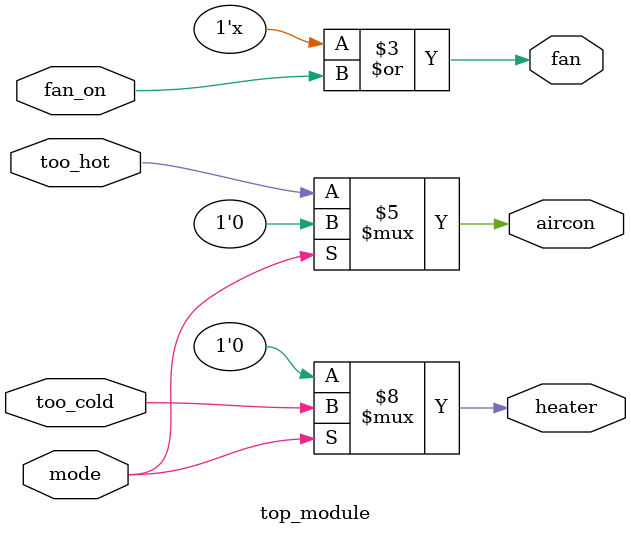
<source format=sv>
module top_module(
    input mode,
    input too_cold, 
    input too_hot,
    input fan_on,
    output reg heater,
    output reg aircon,
    output reg fan
);

always @(*) begin
    // Default state: Fan is off if neither heater nor AC is on, and user hasn't requested it
    fan = (heater | aircon) | fan_on;

    // Heating mode
    if (mode) begin
        heater = too_cold;
        aircon = 0;
    // Cooling mode
    end else begin
        heater = 0;
        aircon = too_hot;
    end
end

endmodule

</source>
